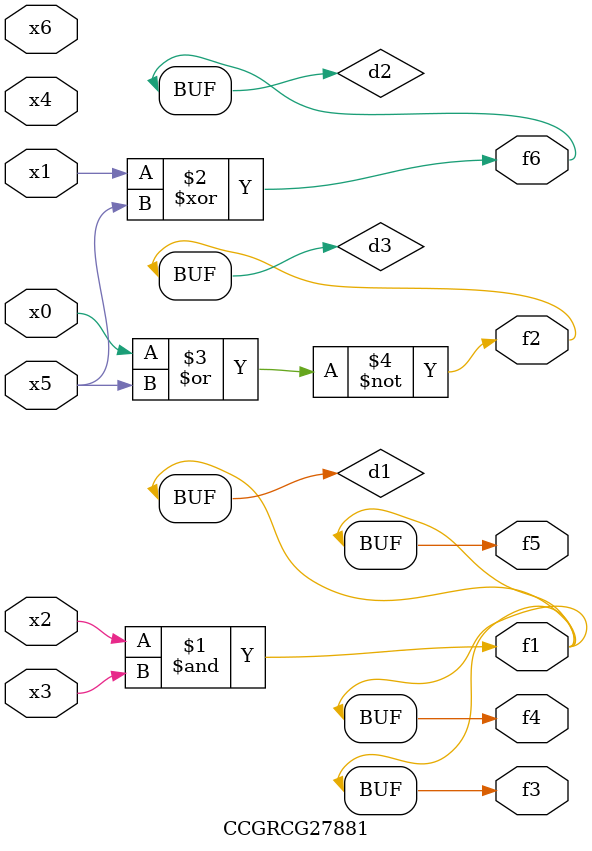
<source format=v>
module CCGRCG27881(
	input x0, x1, x2, x3, x4, x5, x6,
	output f1, f2, f3, f4, f5, f6
);

	wire d1, d2, d3;

	and (d1, x2, x3);
	xor (d2, x1, x5);
	nor (d3, x0, x5);
	assign f1 = d1;
	assign f2 = d3;
	assign f3 = d1;
	assign f4 = d1;
	assign f5 = d1;
	assign f6 = d2;
endmodule

</source>
